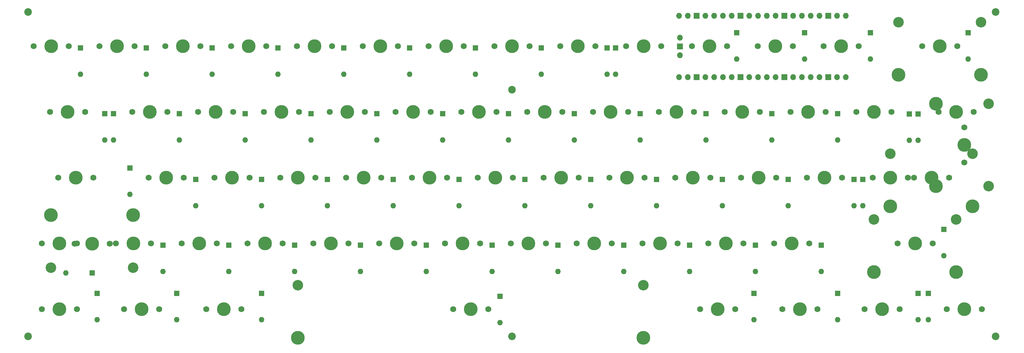
<source format=gbr>
G04 #@! TF.GenerationSoftware,KiCad,Pcbnew,(5.1.9)-1*
G04 #@! TF.CreationDate,2021-04-13T11:57:25+01:00*
G04 #@! TF.ProjectId,Env-KB60,456e762d-4b42-4363-902e-6b696361645f,rev?*
G04 #@! TF.SameCoordinates,Original*
G04 #@! TF.FileFunction,Soldermask,Top*
G04 #@! TF.FilePolarity,Negative*
%FSLAX46Y46*%
G04 Gerber Fmt 4.6, Leading zero omitted, Abs format (unit mm)*
G04 Created by KiCad (PCBNEW (5.1.9)-1) date 2021-04-13 11:57:25*
%MOMM*%
%LPD*%
G01*
G04 APERTURE LIST*
%ADD10C,2.200000*%
%ADD11C,3.987800*%
%ADD12C,1.750000*%
%ADD13C,3.048000*%
%ADD14O,1.600000X1.600000*%
%ADD15R,1.600000X1.600000*%
%ADD16O,1.700000X1.700000*%
%ADD17R,1.700000X1.700000*%
G04 APERTURE END LIST*
D10*
X211000000Y-171000000D03*
X211000000Y-99500000D03*
X351000000Y-77000000D03*
X351000000Y-171000000D03*
X71000000Y-171000000D03*
X71000000Y-77000000D03*
D11*
X89500000Y-144100000D03*
D12*
X84420000Y-144100000D03*
X94580000Y-144100000D03*
D13*
X77593750Y-151085000D03*
X101406250Y-151085000D03*
D11*
X77593750Y-135845000D03*
X101406250Y-135845000D03*
X327656250Y-144050000D03*
D12*
X322576250Y-144050000D03*
X332736250Y-144050000D03*
D13*
X315750000Y-137065000D03*
X339562500Y-137065000D03*
D11*
X315750000Y-152305000D03*
X339562500Y-152305000D03*
X249075000Y-86900000D03*
D12*
X243995000Y-86900000D03*
X254155000Y-86900000D03*
D14*
X93175000Y-114075000D03*
D15*
X93175000Y-106455000D03*
D11*
X199068750Y-163100000D03*
D12*
X193988750Y-163100000D03*
X204148750Y-163100000D03*
D13*
X149068850Y-156115000D03*
X249068650Y-156115000D03*
D11*
X149068850Y-171355000D03*
X249068650Y-171355000D03*
D16*
X259600000Y-84460000D03*
D17*
X259600000Y-87000000D03*
D16*
X259600000Y-89540000D03*
X307630000Y-78110000D03*
X305090000Y-78110000D03*
D17*
X302550000Y-78110000D03*
D16*
X300010000Y-78110000D03*
X297470000Y-78110000D03*
X294930000Y-78110000D03*
X292390000Y-78110000D03*
D17*
X289850000Y-78110000D03*
D16*
X287310000Y-78110000D03*
X284770000Y-78110000D03*
X282230000Y-78110000D03*
X279690000Y-78110000D03*
D17*
X277150000Y-78110000D03*
D16*
X274610000Y-78110000D03*
X272070000Y-78110000D03*
X269530000Y-78110000D03*
X266990000Y-78110000D03*
D17*
X264450000Y-78110000D03*
D16*
X261910000Y-78110000D03*
X259370000Y-78110000D03*
X259370000Y-95890000D03*
X261910000Y-95890000D03*
D17*
X264450000Y-95890000D03*
D16*
X266990000Y-95890000D03*
X269530000Y-95890000D03*
X272070000Y-95890000D03*
X274610000Y-95890000D03*
D17*
X277150000Y-95890000D03*
D16*
X279690000Y-95890000D03*
X282230000Y-95890000D03*
X284770000Y-95890000D03*
X287310000Y-95890000D03*
D17*
X289850000Y-95890000D03*
D16*
X292390000Y-95890000D03*
X294930000Y-95890000D03*
X297470000Y-95890000D03*
X300010000Y-95890000D03*
D17*
X302550000Y-95890000D03*
D16*
X305090000Y-95890000D03*
X307630000Y-95890000D03*
D14*
X326000000Y-114120000D03*
D15*
X326000000Y-106500000D03*
D14*
X100437500Y-129800000D03*
D15*
X100437500Y-122180000D03*
D14*
X148062500Y-152170000D03*
D15*
X148062500Y-144550000D03*
D14*
X312490000Y-133120000D03*
D15*
X312490000Y-125500000D03*
D14*
X81900000Y-152600000D03*
D15*
X89520000Y-152600000D03*
D14*
X224262500Y-152170000D03*
D15*
X224262500Y-144550000D03*
D14*
X262362500Y-152170000D03*
D15*
X262362500Y-144550000D03*
D14*
X119487500Y-133120000D03*
D15*
X119487500Y-125500000D03*
D14*
X286175000Y-114070000D03*
D15*
X286175000Y-106450000D03*
D14*
X276000000Y-90620000D03*
D15*
X276000000Y-83000000D03*
D14*
X295700000Y-90620000D03*
D15*
X295700000Y-83000000D03*
D14*
X343000000Y-90620000D03*
D15*
X343000000Y-83000000D03*
D14*
X152825000Y-114070000D03*
D15*
X152825000Y-106450000D03*
D14*
X328500000Y-114120000D03*
D15*
X328500000Y-106500000D03*
D14*
X157587500Y-133120000D03*
D15*
X157587500Y-125500000D03*
D14*
X233787500Y-133120000D03*
D15*
X233787500Y-125500000D03*
D14*
X305225000Y-114070000D03*
D15*
X305225000Y-106450000D03*
D14*
X133775000Y-114070000D03*
D15*
X133775000Y-106450000D03*
D14*
X314750000Y-90620000D03*
D15*
X314750000Y-83000000D03*
D14*
X114725000Y-114070000D03*
D15*
X114725000Y-106450000D03*
D14*
X209975000Y-114070000D03*
D15*
X209975000Y-106450000D03*
D14*
X171875000Y-114070000D03*
D15*
X171875000Y-106450000D03*
D14*
X267125000Y-114070000D03*
D15*
X267125000Y-106450000D03*
D14*
X176637500Y-133120000D03*
D15*
X176637500Y-125500000D03*
D14*
X214737500Y-133120000D03*
D15*
X214737500Y-125500000D03*
D14*
X248075000Y-114070000D03*
D15*
X248075000Y-106450000D03*
D14*
X252837500Y-133120000D03*
D15*
X252837500Y-125500000D03*
D14*
X195687500Y-133120000D03*
D15*
X195687500Y-125500000D03*
D14*
X271887500Y-133120000D03*
D15*
X271887500Y-125500000D03*
D14*
X290937500Y-133120000D03*
D15*
X290937500Y-125500000D03*
D14*
X309987500Y-133120000D03*
D15*
X309987500Y-125500000D03*
D14*
X109962500Y-152170000D03*
D15*
X109962500Y-144550000D03*
D14*
X129012500Y-152170000D03*
D15*
X129012500Y-144550000D03*
D14*
X95675000Y-114070000D03*
D15*
X95675000Y-106450000D03*
D14*
X190925000Y-114070000D03*
D15*
X190925000Y-106450000D03*
D14*
X229025000Y-114070000D03*
D15*
X229025000Y-106450000D03*
D14*
X138537500Y-133120000D03*
D15*
X138537500Y-125500000D03*
D14*
X167112500Y-152170000D03*
D15*
X167112500Y-144550000D03*
D14*
X186162500Y-152170000D03*
D15*
X186162500Y-144550000D03*
D14*
X205212500Y-152170000D03*
D15*
X205212500Y-144550000D03*
D14*
X243312500Y-152170000D03*
D15*
X243312500Y-144550000D03*
D14*
X114000000Y-166120000D03*
D15*
X114000000Y-158500000D03*
D14*
X90912500Y-166120000D03*
D15*
X90912500Y-158500000D03*
D14*
X281000000Y-166120000D03*
D15*
X281000000Y-158500000D03*
D14*
X300462500Y-152170000D03*
D15*
X300462500Y-144550000D03*
D14*
X281412500Y-152170000D03*
D15*
X281412500Y-144550000D03*
D14*
X138500000Y-166120000D03*
D15*
X138500000Y-158500000D03*
D14*
X305225000Y-166120000D03*
D15*
X305225000Y-158500000D03*
D14*
X328500000Y-166120000D03*
D15*
X328500000Y-158500000D03*
D14*
X207500000Y-167000000D03*
D15*
X207500000Y-159380000D03*
D14*
X336000000Y-147620000D03*
D15*
X336000000Y-140000000D03*
D14*
X200450000Y-95020000D03*
D15*
X200450000Y-87400000D03*
D14*
X181400000Y-95020000D03*
D15*
X181400000Y-87400000D03*
D14*
X238550000Y-95020000D03*
D15*
X238550000Y-87400000D03*
D14*
X219500000Y-95020000D03*
D15*
X219500000Y-87400000D03*
D14*
X124250000Y-95020000D03*
D15*
X124250000Y-87400000D03*
D14*
X241000000Y-95020000D03*
D15*
X241000000Y-87400000D03*
D14*
X86150000Y-95020000D03*
D15*
X86150000Y-87400000D03*
D14*
X143300000Y-95020000D03*
D15*
X143300000Y-87400000D03*
D14*
X105200000Y-95020000D03*
D15*
X105200000Y-87400000D03*
D14*
X162350000Y-95020000D03*
D15*
X162350000Y-87400000D03*
D14*
X331500000Y-166120000D03*
D15*
X331500000Y-158500000D03*
D11*
X333688750Y-103562000D03*
X333688750Y-127438000D03*
D13*
X348928750Y-103562000D03*
X348928750Y-127438000D03*
D12*
X341943750Y-120580000D03*
X341943750Y-110420000D03*
D11*
X341943750Y-115500000D03*
X332400000Y-125000000D03*
D12*
X327320000Y-125000000D03*
X337480000Y-125000000D03*
D13*
X320493750Y-118015000D03*
X344306250Y-118015000D03*
D11*
X320493750Y-133255000D03*
X344306250Y-133255000D03*
X339550000Y-105950000D03*
D12*
X334470000Y-105950000D03*
X344630000Y-105950000D03*
D11*
X84768750Y-125000000D03*
D12*
X79688750Y-125000000D03*
X89848750Y-125000000D03*
D11*
X341943750Y-163100000D03*
D12*
X336863750Y-163100000D03*
X347023750Y-163100000D03*
D11*
X318131250Y-163100000D03*
D12*
X313051250Y-163100000D03*
X323211250Y-163100000D03*
D11*
X294318750Y-163100000D03*
D12*
X289238750Y-163100000D03*
X299398750Y-163100000D03*
D11*
X270506250Y-163100000D03*
D12*
X265426250Y-163100000D03*
X275586250Y-163100000D03*
D11*
X127631250Y-163100000D03*
D12*
X122551250Y-163100000D03*
X132711250Y-163100000D03*
D11*
X103818750Y-163100000D03*
D12*
X98738750Y-163100000D03*
X108898750Y-163100000D03*
D11*
X80006250Y-163100000D03*
D12*
X74926250Y-163100000D03*
X85086250Y-163100000D03*
D11*
X291937500Y-144050000D03*
D12*
X286857500Y-144050000D03*
X297017500Y-144050000D03*
D11*
X272887500Y-144050000D03*
D12*
X267807500Y-144050000D03*
X277967500Y-144050000D03*
D11*
X253837500Y-144050000D03*
D12*
X248757500Y-144050000D03*
X258917500Y-144050000D03*
D11*
X234787500Y-144050000D03*
D12*
X229707500Y-144050000D03*
X239867500Y-144050000D03*
D11*
X215737500Y-144050000D03*
D12*
X210657500Y-144050000D03*
X220817500Y-144050000D03*
D11*
X196687500Y-144050000D03*
D12*
X191607500Y-144050000D03*
X201767500Y-144050000D03*
D11*
X177637500Y-144050000D03*
D12*
X172557500Y-144050000D03*
X182717500Y-144050000D03*
D11*
X158587500Y-144050000D03*
D12*
X153507500Y-144050000D03*
X163667500Y-144050000D03*
D11*
X139537500Y-144050000D03*
D12*
X134457500Y-144050000D03*
X144617500Y-144050000D03*
D11*
X120487500Y-144050000D03*
D12*
X115407500Y-144050000D03*
X125567500Y-144050000D03*
D11*
X101437500Y-144050000D03*
D12*
X96357500Y-144050000D03*
X106517500Y-144050000D03*
D11*
X80006250Y-144050000D03*
D12*
X74926250Y-144050000D03*
X85086250Y-144050000D03*
D11*
X320512500Y-125000000D03*
D12*
X315432500Y-125000000D03*
X325592500Y-125000000D03*
D11*
X301462500Y-125000000D03*
D12*
X296382500Y-125000000D03*
X306542500Y-125000000D03*
D11*
X282412500Y-125000000D03*
D12*
X277332500Y-125000000D03*
X287492500Y-125000000D03*
D11*
X263362500Y-125000000D03*
D12*
X258282500Y-125000000D03*
X268442500Y-125000000D03*
D11*
X244312500Y-125000000D03*
D12*
X239232500Y-125000000D03*
X249392500Y-125000000D03*
D11*
X225262500Y-125000000D03*
D12*
X220182500Y-125000000D03*
X230342500Y-125000000D03*
D11*
X206212500Y-125000000D03*
D12*
X201132500Y-125000000D03*
X211292500Y-125000000D03*
D11*
X187162500Y-125000000D03*
D12*
X182082500Y-125000000D03*
X192242500Y-125000000D03*
D11*
X168112500Y-125000000D03*
D12*
X163032500Y-125000000D03*
X173192500Y-125000000D03*
D11*
X149062500Y-125000000D03*
D12*
X143982500Y-125000000D03*
X154142500Y-125000000D03*
D11*
X130012500Y-125000000D03*
D12*
X124932500Y-125000000D03*
X135092500Y-125000000D03*
D11*
X110962500Y-125000000D03*
D12*
X105882500Y-125000000D03*
X116042500Y-125000000D03*
D11*
X315750000Y-105950000D03*
D12*
X310670000Y-105950000D03*
X320830000Y-105950000D03*
D11*
X296700000Y-105950000D03*
D12*
X291620000Y-105950000D03*
X301780000Y-105950000D03*
D11*
X277650000Y-105950000D03*
D12*
X272570000Y-105950000D03*
X282730000Y-105950000D03*
D11*
X258600000Y-105950000D03*
D12*
X253520000Y-105950000D03*
X263680000Y-105950000D03*
D11*
X239550000Y-105950000D03*
D12*
X234470000Y-105950000D03*
X244630000Y-105950000D03*
D11*
X220500000Y-105950000D03*
D12*
X215420000Y-105950000D03*
X225580000Y-105950000D03*
D11*
X201450000Y-105950000D03*
D12*
X196370000Y-105950000D03*
X206530000Y-105950000D03*
D11*
X182400000Y-105950000D03*
D12*
X177320000Y-105950000D03*
X187480000Y-105950000D03*
D11*
X163350000Y-105950000D03*
D12*
X158270000Y-105950000D03*
X168430000Y-105950000D03*
D11*
X144300000Y-105950000D03*
D12*
X139220000Y-105950000D03*
X149380000Y-105950000D03*
D11*
X125250000Y-105950000D03*
D12*
X120170000Y-105950000D03*
X130330000Y-105950000D03*
D11*
X106200000Y-105950000D03*
D12*
X101120000Y-105950000D03*
X111280000Y-105950000D03*
D11*
X82387500Y-105950000D03*
D12*
X77307500Y-105950000D03*
X87467500Y-105950000D03*
D11*
X334800000Y-86900000D03*
D12*
X329720000Y-86900000D03*
X339880000Y-86900000D03*
D13*
X322893750Y-79915000D03*
X346706250Y-79915000D03*
D11*
X322893750Y-95155000D03*
X346706250Y-95155000D03*
X306225000Y-86900000D03*
D12*
X301145000Y-86900000D03*
X311305000Y-86900000D03*
D11*
X287175000Y-86900000D03*
D12*
X282095000Y-86900000D03*
X292255000Y-86900000D03*
D11*
X268125000Y-86900000D03*
D12*
X263045000Y-86900000D03*
X273205000Y-86900000D03*
D11*
X230025000Y-86900000D03*
D12*
X224945000Y-86900000D03*
X235105000Y-86900000D03*
D11*
X210975000Y-86900000D03*
D12*
X205895000Y-86900000D03*
X216055000Y-86900000D03*
D11*
X191925000Y-86900000D03*
D12*
X186845000Y-86900000D03*
X197005000Y-86900000D03*
D11*
X172875000Y-86900000D03*
D12*
X167795000Y-86900000D03*
X177955000Y-86900000D03*
D11*
X153825000Y-86900000D03*
D12*
X148745000Y-86900000D03*
X158905000Y-86900000D03*
D11*
X134775000Y-86900000D03*
D12*
X129695000Y-86900000D03*
X139855000Y-86900000D03*
D11*
X115725000Y-86900000D03*
D12*
X110645000Y-86900000D03*
X120805000Y-86900000D03*
D11*
X96675000Y-86900000D03*
D12*
X91595000Y-86900000D03*
X101755000Y-86900000D03*
D11*
X77625000Y-86900000D03*
D12*
X72545000Y-86900000D03*
X82705000Y-86900000D03*
M02*

</source>
